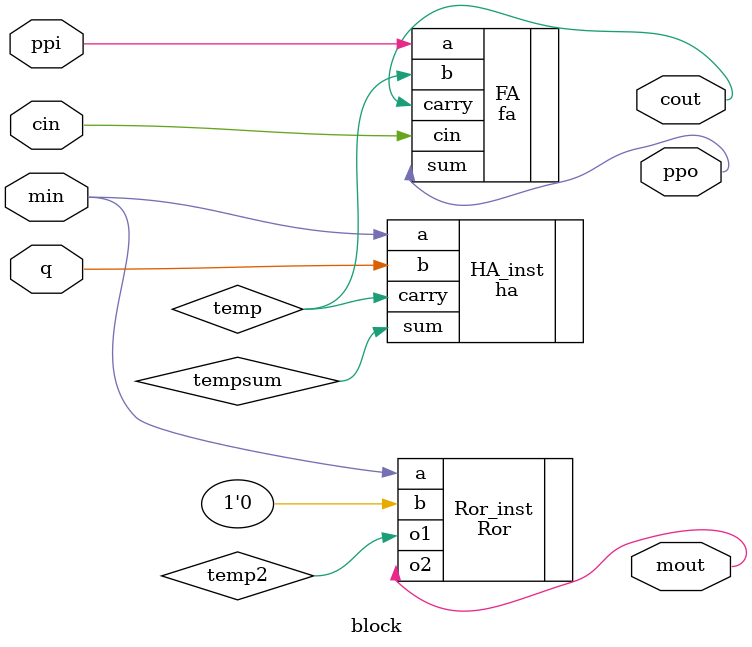
<source format=v>
module block(
output wire ppo, //output partial product term
output wire cout, //output carry out
output wire mout, //output multiplicand term
input wire min, //input multiplicand term
input wire ppi, //input partial product term
input wire q, //input multiplier term
input wire cin );//input carry in 
wire temp,temp2,tempsum;
//and(temp,min,q);
ha HA_inst (.a(min),.b(q),.sum(tempsum),.carry(temp));

fa FA( .a(ppi),.b( temp),.cin(cin),.sum(ppo),.carry(cout)); 
//or (mout, min, 1'b0);
Ror Ror_inst ( .a(min), .b(1'b0),.o1(temp2),.o2(mout));
endmodule

</source>
